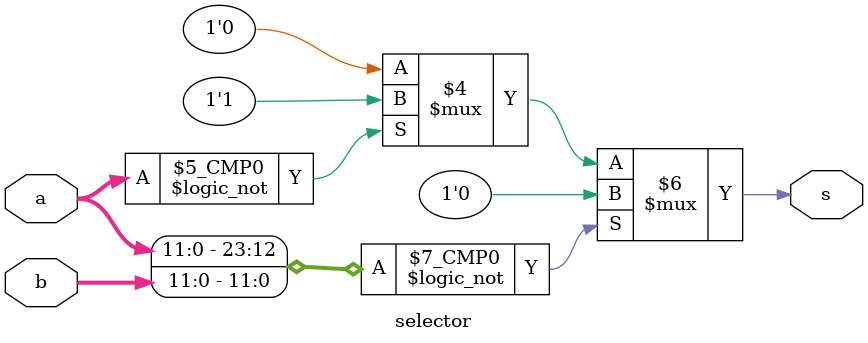
<source format=sv>
module selector #(parameter M=2, B=$clog2(M)) (output logic [B-1:0] s, input logic[11:0] a,b);

// selector chip that controls the logic for the MUX select bus
// M -> number of ROMs used (rounded up to the next power of 2)
// B -> number of bits on the select bus

/// the number of inputs need to manually be updated (e.g. adding c) if needed ///
/// the case statement below has to manually be updated if more ROMs want to be used ///

always_comb begin

    casez({a,b})

    // this condition should take precedence
    {12'h000 , 12'h000} : begin

        s = 'd0;    // selects a if both are zero

    end

    {12'h000 , 12'h???} : begin

        s = 'd1;    // selects b if a is zero

    end

    {12'h??? , 12'h000} : begin

        s = 'd0;    // selects a if b is zero

    end


    default : begin

        s = 'd0;    // by default, select a

    end

    endcase



end




endmodule
</source>
